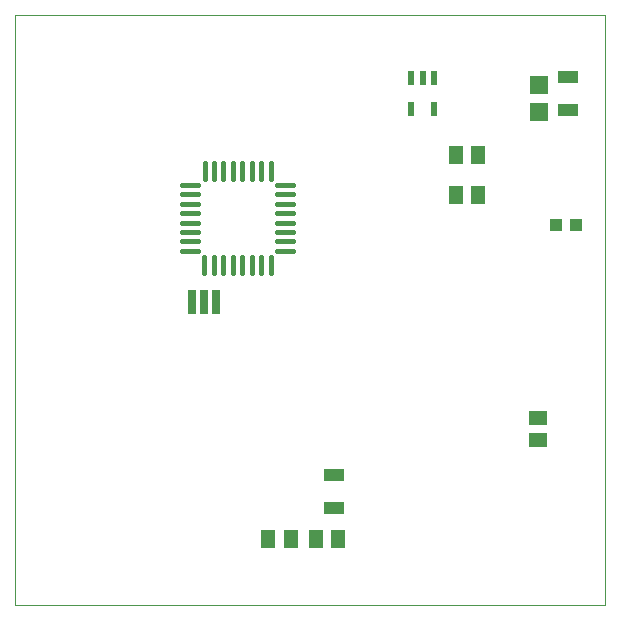
<source format=gbp>
G75*
G70*
%OFA0B0*%
%FSLAX24Y24*%
%IPPOS*%
%LPD*%
%AMOC8*
5,1,8,0,0,1.08239X$1,22.5*
%
%ADD10C,0.0000*%
%ADD11R,0.0700X0.0440*%
%ADD12C,0.0170*%
%ADD13R,0.0600X0.0600*%
%ADD14R,0.0276X0.0787*%
%ADD15R,0.0512X0.0630*%
%ADD16R,0.0433X0.0394*%
%ADD17R,0.0217X0.0472*%
%ADD18R,0.0512X0.0591*%
%ADD19R,0.0630X0.0512*%
D10*
X000353Y000635D02*
X000353Y020320D01*
X020038Y020320D01*
X020038Y000635D01*
X000353Y000635D01*
D11*
X010994Y003867D03*
X010994Y004967D03*
X018778Y017153D03*
X018778Y018253D03*
D12*
X009615Y014650D02*
X009085Y014650D01*
X009085Y014330D02*
X009615Y014330D01*
X009615Y014010D02*
X009085Y014010D01*
X009085Y013700D02*
X009615Y013700D01*
X009615Y013390D02*
X009085Y013390D01*
X009085Y013070D02*
X009615Y013070D01*
X009615Y012760D02*
X009085Y012760D01*
X009085Y012440D02*
X009615Y012440D01*
X008880Y012235D02*
X008880Y011705D01*
X008566Y011705D02*
X008566Y012235D01*
X008251Y012235D02*
X008251Y011705D01*
X007936Y011705D02*
X007936Y012235D01*
X007621Y012235D02*
X007621Y011705D01*
X007306Y011705D02*
X007306Y012235D01*
X006991Y012235D02*
X006991Y011705D01*
X006676Y011705D02*
X006676Y012235D01*
X006465Y012440D02*
X005935Y012440D01*
X005935Y012760D02*
X006465Y012760D01*
X006465Y013070D02*
X005935Y013070D01*
X005935Y013390D02*
X006465Y013390D01*
X006465Y013700D02*
X005935Y013700D01*
X005935Y014010D02*
X006465Y014010D01*
X006465Y014330D02*
X005935Y014330D01*
X005932Y014648D02*
X006462Y014648D01*
X006680Y014855D02*
X006680Y015385D01*
X006991Y015383D02*
X006991Y014853D01*
X007306Y014853D02*
X007306Y015383D01*
X007621Y015383D02*
X007621Y014853D01*
X007936Y014853D02*
X007936Y015383D01*
X008251Y015383D02*
X008251Y014853D01*
X008566Y014853D02*
X008566Y015383D01*
X008880Y015383D02*
X008880Y014853D01*
D13*
X017829Y017085D03*
X017829Y017985D03*
D14*
X007050Y010741D03*
X006656Y010741D03*
X006262Y010741D03*
D15*
X008809Y002848D03*
X009557Y002848D03*
X010392Y002848D03*
X011140Y002848D03*
D16*
X018408Y013320D03*
X019077Y013320D03*
D17*
X014321Y017190D03*
X013573Y017190D03*
X013573Y018214D03*
X013947Y018214D03*
X014321Y018214D03*
D18*
X015061Y015627D03*
X015809Y015627D03*
X015802Y014304D03*
X015054Y014304D03*
D19*
X017786Y006879D03*
X017786Y006131D03*
M02*

</source>
